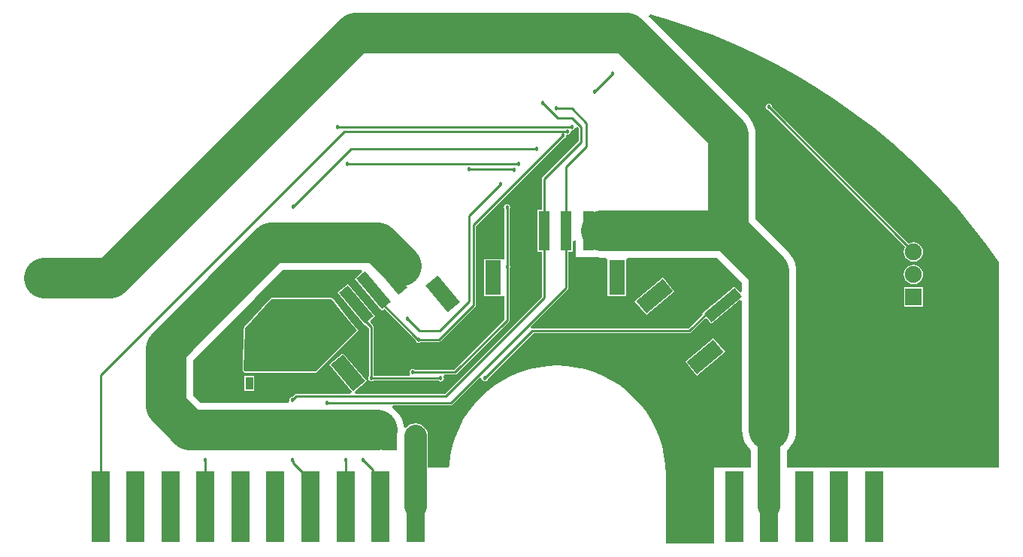
<source format=gbl>
G04*
G04 #@! TF.GenerationSoftware,Altium Limited,Altium Designer,20.1.11 (218)*
G04*
G04 Layer_Physical_Order=2*
G04 Layer_Color=16711680*
%FSLAX44Y44*%
%MOMM*%
G71*
G04*
G04 #@! TF.SameCoordinates,6F891966-A938-45B2-A706-970299DF58FA*
G04*
G04*
G04 #@! TF.FilePolarity,Positive*
G04*
G01*
G75*
%ADD10C,0.2540*%
G04:AMPARAMS|DCode=14|XSize=3.9mm|YSize=1.8mm|CornerRadius=0mm|HoleSize=0mm|Usage=FLASHONLY|Rotation=40.000|XOffset=0mm|YOffset=0mm|HoleType=Round|Shape=Rectangle|*
%AMROTATEDRECTD14*
4,1,4,-0.9153,-1.9429,-2.0723,-0.5640,0.9153,1.9429,2.0723,0.5640,-0.9153,-1.9429,0.0*
%
%ADD14ROTATEDRECTD14*%

G04:AMPARAMS|DCode=15|XSize=4.5mm|YSize=1.3mm|CornerRadius=0mm|HoleSize=0mm|Usage=FLASHONLY|Rotation=40.000|XOffset=0mm|YOffset=0mm|HoleType=Round|Shape=Rectangle|*
%AMROTATEDRECTD15*
4,1,4,-1.3058,-1.9442,-2.1414,-0.9483,1.3058,1.9442,2.1414,0.9483,-1.3058,-1.9442,0.0*
%
%ADD15ROTATEDRECTD15*%

G04:AMPARAMS|DCode=16|XSize=4.5mm|YSize=1.3mm|CornerRadius=0mm|HoleSize=0mm|Usage=FLASHONLY|Rotation=130.000|XOffset=0mm|YOffset=0mm|HoleType=Round|Shape=Rectangle|*
%AMROTATEDRECTD16*
4,1,4,1.9442,-1.3058,0.9483,-2.1414,-1.9442,1.3058,-0.9483,2.1414,1.9442,-1.3058,0.0*
%
%ADD16ROTATEDRECTD16*%

G04:AMPARAMS|DCode=17|XSize=3.9mm|YSize=1.8mm|CornerRadius=0mm|HoleSize=0mm|Usage=FLASHONLY|Rotation=130.000|XOffset=0mm|YOffset=0mm|HoleType=Round|Shape=Rectangle|*
%AMROTATEDRECTD17*
4,1,4,1.9429,-0.9153,0.5640,-2.0723,-1.9429,0.9153,-0.5640,2.0723,1.9429,-0.9153,0.0*
%
%ADD17ROTATEDRECTD17*%

%ADD18R,2.0000X8.0000*%
%ADD44C,4.5720*%
%ADD45C,2.5400*%
%ADD47C,2.0000*%
%ADD48R,1.9000X1.9000*%
%ADD49O,1.9000X1.9000*%
%ADD50C,1.9000*%
%ADD51C,0.4572*%
%ADD52R,1.6510X1.7272*%
%ADD53R,0.8500X1.4500*%
%ADD54R,4.7000X3.3500*%
%ADD55R,1.8000X3.9000*%
%ADD56R,1.3000X4.5000*%
G36*
X1002670Y596771D02*
Y578210D01*
X1026133D01*
X1026457Y578132D01*
X1031240Y577756D01*
X1036666D01*
X1038520Y576100D01*
X1038520Y575216D01*
Y534560D01*
X1059060D01*
Y575216D01*
X1059060Y576100D01*
X1060914Y577756D01*
X1161906D01*
X1189806Y549856D01*
Y539692D01*
X1187419Y538824D01*
X1181614Y545741D01*
X1159253Y526977D01*
X1158877Y526903D01*
X1158036Y526341D01*
X1155648Y523953D01*
X1145197Y515183D01*
X1145964Y514269D01*
X1129585Y497890D01*
X953770D01*
X953150Y497766D01*
X952298Y498619D01*
X951653Y499861D01*
X993621Y541830D01*
X994183Y542670D01*
X994380Y543661D01*
Y584560D01*
X999560D01*
Y596420D01*
X1002100Y597400D01*
X1002670Y596771D01*
D02*
G37*
G36*
X1189806Y529324D02*
Y383450D01*
X1190182Y378667D01*
X1191302Y374002D01*
X1193138Y369570D01*
X1195645Y365479D01*
X1198761Y361831D01*
X1199962Y360805D01*
Y341630D01*
X1158240D01*
Y255512D01*
X1103872D01*
Y334010D01*
X1103873D01*
X1103408Y344657D01*
X1102017Y355223D01*
X1099711Y365628D01*
X1096506Y375792D01*
X1092428Y385638D01*
X1087506Y395092D01*
X1081780Y404080D01*
X1075293Y412535D01*
X1068092Y420392D01*
X1060235Y427593D01*
X1051780Y434080D01*
X1042792Y439807D01*
X1033338Y444728D01*
X1023492Y448806D01*
X1013328Y452011D01*
X1002923Y454317D01*
X992357Y455708D01*
X981710Y456173D01*
X971063Y455708D01*
X960497Y454317D01*
X950092Y452011D01*
X939928Y448806D01*
X930082Y444728D01*
X920628Y439807D01*
X911640Y434080D01*
X903185Y427593D01*
X895328Y420392D01*
X888128Y412535D01*
X881640Y404080D01*
X875913Y395092D01*
X870993Y385638D01*
X866914Y375792D01*
X863709Y365628D01*
X861403Y355223D01*
X860012Y344657D01*
X859879Y341630D01*
X836050D01*
Y377190D01*
X835570Y380837D01*
X834163Y384235D01*
X831923Y387154D01*
X829005Y389393D01*
X825607Y390800D01*
X821960Y391281D01*
X818313Y390800D01*
X814914Y389393D01*
X811996Y387154D01*
X811572Y386601D01*
X808964Y387374D01*
X808889Y388323D01*
X807769Y392988D01*
X805933Y397420D01*
X803427Y401511D01*
X800311Y405159D01*
X796663Y408275D01*
X795839Y408780D01*
X796555Y411320D01*
X862038D01*
X863029Y411517D01*
X863869Y412078D01*
X894330Y442538D01*
X895537Y442256D01*
X896894Y441510D01*
X897080Y440573D01*
X897866Y439396D01*
X899043Y438610D01*
X900430Y438334D01*
X901817Y438610D01*
X902994Y439396D01*
X903780Y440573D01*
X904046Y441914D01*
X954843Y492710D01*
X1130658D01*
X1131649Y492907D01*
X1132489Y493469D01*
X1147977Y508957D01*
X1150514Y508846D01*
X1155186Y503279D01*
X1187504Y530397D01*
X1189806Y529324D01*
D02*
G37*
G36*
X1005790Y723656D02*
Y709413D01*
X964959Y668581D01*
X964397Y667741D01*
X964200Y666750D01*
Y632100D01*
X959020D01*
Y584560D01*
X964200D01*
Y533523D01*
X854907Y424230D01*
X754232D01*
X753308Y426770D01*
X767170Y438402D01*
X740469Y470223D01*
X724734Y457020D01*
X750117Y426770D01*
X748933Y424230D01*
X687568D01*
X686577Y424033D01*
X685736Y423471D01*
X683408Y421143D01*
X682067Y420876D01*
X680890Y420090D01*
X680104Y418914D01*
X679828Y417526D01*
X680002Y416654D01*
X679049Y414883D01*
X678402Y414114D01*
X580466D01*
X571594Y422986D01*
Y462698D01*
X640987Y532091D01*
X640987Y532091D01*
X672682Y563786D01*
X761138D01*
X762007Y561399D01*
X753469Y554234D01*
X784027Y517817D01*
X786818Y520159D01*
X821993Y484985D01*
X822150Y484193D01*
X822936Y483016D01*
X824112Y482230D01*
X825500Y481954D01*
X826888Y482230D01*
X828025Y482990D01*
X848800D01*
X849791Y483187D01*
X850631Y483749D01*
X889561Y522679D01*
X890123Y523519D01*
X890320Y524510D01*
Y613497D01*
X988336Y711514D01*
X989678Y711780D01*
X990854Y712566D01*
X991640Y713743D01*
X991916Y715130D01*
X993140Y716504D01*
X994528Y716780D01*
X995704Y717566D01*
X996490Y718743D01*
X996766Y720130D01*
X998260Y721504D01*
X999648Y721780D01*
X1000824Y722566D01*
X1001610Y723743D01*
X1001730Y724345D01*
X1004015Y725253D01*
X1005790Y723656D01*
D02*
G37*
G36*
X1108885Y845131D02*
X1133702Y836965D01*
X1158197Y827877D01*
X1182334Y817879D01*
X1206080Y806985D01*
X1229403Y795211D01*
X1252269Y782574D01*
X1274647Y769090D01*
X1296504Y754779D01*
X1317812Y739660D01*
X1338539Y723756D01*
X1358657Y707088D01*
X1378137Y689679D01*
X1396953Y671553D01*
X1415079Y652737D01*
X1432488Y633257D01*
X1449156Y613139D01*
X1465060Y592412D01*
X1478978Y572797D01*
X1478978Y341630D01*
X1240798D01*
Y360805D01*
X1241999Y361831D01*
X1245115Y365479D01*
X1247622Y369570D01*
X1249458Y374002D01*
X1250578Y378667D01*
X1250954Y383450D01*
Y562520D01*
X1250766Y564911D01*
X1250578Y567303D01*
X1250018Y569635D01*
X1249458Y571968D01*
X1247622Y576400D01*
X1245115Y580491D01*
X1241999Y584139D01*
X1205144Y620994D01*
Y716460D01*
X1204768Y721243D01*
X1203648Y725908D01*
X1201812Y730340D01*
X1199305Y734431D01*
X1196189Y738079D01*
X1084858Y849410D01*
X1086191Y851669D01*
X1108885Y845131D01*
D02*
G37*
%LPC*%
G36*
X1100470Y555325D02*
X1068649Y528623D01*
X1081851Y512889D01*
X1113673Y539590D01*
X1100470Y555325D01*
D02*
G37*
G36*
X1157678Y487147D02*
X1125857Y460445D01*
X1139060Y444711D01*
X1170881Y471412D01*
X1157678Y487147D01*
D02*
G37*
G36*
X727710Y532235D02*
X660018D01*
X659986Y532222D01*
X659954Y532233D01*
X659505Y532022D01*
X659046Y531832D01*
X659033Y531800D01*
X659002Y531786D01*
X629637Y499570D01*
X629480D01*
Y499398D01*
X628904Y498766D01*
X628741Y498315D01*
X628546Y497877D01*
X627276Y450887D01*
X627283Y450868D01*
X627275Y450850D01*
X627470Y450379D01*
X627652Y449905D01*
X627670Y449896D01*
X627678Y449878D01*
X628948Y448608D01*
X629920Y448205D01*
X629920Y448205D01*
X709829D01*
X710801Y448608D01*
X710801Y448608D01*
X756521Y494328D01*
X756693Y494743D01*
X756841Y495005D01*
X757629Y495666D01*
X748362Y506711D01*
X728792Y531707D01*
X728716Y531751D01*
X728682Y531832D01*
X728267Y532004D01*
X727876Y532225D01*
X727791Y532201D01*
X727710Y532235D01*
D02*
G37*
G36*
X925150Y637950D02*
X923763Y637674D01*
X922586Y636888D01*
X921800Y635712D01*
X921524Y634324D01*
X921800Y632937D01*
X922560Y631800D01*
Y576196D01*
X920060Y576100D01*
X920020Y576100D01*
X899520D01*
Y534560D01*
X920020D01*
X920060Y534560D01*
X922560Y534464D01*
Y508393D01*
X865563Y451396D01*
X821675D01*
X820537Y452156D01*
X819150Y452432D01*
X817763Y452156D01*
X816586Y451370D01*
X815800Y450193D01*
X815524Y448806D01*
X815800Y447419D01*
X816192Y446832D01*
X815464Y444801D01*
X815067Y444292D01*
X775318D01*
X775189Y444485D01*
Y499368D01*
X774992Y500359D01*
X774430Y501199D01*
X771102Y504527D01*
X771213Y507065D01*
X776780Y511736D01*
X746222Y548154D01*
X734318Y538165D01*
X753082Y515803D01*
X753156Y515427D01*
X753718Y514587D01*
X756106Y512198D01*
X764876Y501747D01*
X765790Y502514D01*
X770009Y498295D01*
Y444485D01*
X769249Y443348D01*
X768973Y441960D01*
X769249Y440573D01*
X770035Y439396D01*
X771211Y438610D01*
X772599Y438334D01*
X773986Y438610D01*
X774738Y439113D01*
X848106D01*
X849244Y438353D01*
X850631Y438077D01*
X852019Y438353D01*
X853195Y439138D01*
X853981Y440315D01*
X854257Y441702D01*
X853981Y443090D01*
X853589Y443676D01*
X854317Y445707D01*
X854714Y446216D01*
X866636D01*
X867627Y446413D01*
X868467Y446975D01*
X926981Y505489D01*
X927543Y506329D01*
X927740Y507320D01*
Y564794D01*
X928500Y565932D01*
X928776Y567319D01*
X928500Y568707D01*
X927740Y569844D01*
Y631800D01*
X928500Y632937D01*
X928776Y634324D01*
X928500Y635712D01*
X927714Y636888D01*
X926537Y637674D01*
X925150Y637950D01*
D02*
G37*
G36*
X640520Y444570D02*
X629480D01*
Y427530D01*
X640520D01*
Y444570D01*
D02*
G37*
%LPD*%
G36*
X755549Y495300D02*
X709829Y449580D01*
X629920D01*
X628650Y450850D01*
X629920Y497840D01*
X660018Y530860D01*
X727710D01*
X755549Y495300D01*
D02*
G37*
%LPC*%
G36*
X1219870Y750986D02*
X1218483Y750710D01*
X1217306Y749924D01*
X1216520Y748747D01*
X1216244Y747360D01*
X1216520Y745973D01*
X1217306Y744796D01*
X1218483Y744010D01*
X1219824Y743744D01*
X1373759Y589809D01*
X1373622Y589632D01*
X1372537Y587011D01*
X1372167Y584200D01*
X1372537Y581389D01*
X1373622Y578769D01*
X1375349Y576519D01*
X1377599Y574792D01*
X1380219Y573707D01*
X1383030Y573337D01*
X1385842Y573707D01*
X1388461Y574792D01*
X1390711Y576519D01*
X1392438Y578769D01*
X1393523Y581389D01*
X1393893Y584200D01*
X1393523Y587011D01*
X1392438Y589632D01*
X1390711Y591881D01*
X1388461Y593608D01*
X1385842Y594693D01*
X1383030Y595063D01*
X1380219Y594693D01*
X1377599Y593608D01*
X1377421Y593471D01*
X1223487Y747406D01*
X1223220Y748747D01*
X1222434Y749924D01*
X1221257Y750710D01*
X1219870Y750986D01*
D02*
G37*
G36*
X1383030Y569663D02*
X1380219Y569293D01*
X1377599Y568208D01*
X1375349Y566481D01*
X1373622Y564231D01*
X1372537Y561612D01*
X1372167Y558800D01*
X1372537Y555989D01*
X1373622Y553368D01*
X1375349Y551119D01*
X1377599Y549392D01*
X1380219Y548307D01*
X1383030Y547937D01*
X1385842Y548307D01*
X1388461Y549392D01*
X1390711Y551119D01*
X1392438Y553368D01*
X1393523Y555989D01*
X1393893Y558800D01*
X1393523Y561612D01*
X1392438Y564231D01*
X1390711Y566481D01*
X1388461Y568208D01*
X1385842Y569293D01*
X1383030Y569663D01*
D02*
G37*
G36*
X1393800Y544170D02*
X1372260D01*
Y522630D01*
X1393800D01*
Y544170D01*
D02*
G37*
%LPD*%
D10*
X772857Y441702D02*
X850631D01*
X772599Y441960D02*
X772857Y441702D01*
X925150Y507320D02*
Y567319D01*
X866636Y448806D02*
X925150Y507320D01*
X819150Y448806D02*
X866636D01*
X980480Y745973D02*
X998260D01*
X1014730Y729502D01*
Y702790D02*
Y729502D01*
X991790Y679850D02*
X1014730Y702790D01*
X991790Y608330D02*
Y679850D01*
X1130658Y495300D02*
X1159868Y524510D01*
X953770Y495300D02*
X1130658D01*
X900430Y441960D02*
X953770Y495300D01*
X855980Y421640D02*
X966790Y532450D01*
X925150Y567319D02*
Y634324D01*
X991790Y543661D02*
Y608330D01*
X862038Y413909D02*
X991790Y543661D01*
X722630Y413909D02*
X862038D01*
X683454Y417526D02*
X687568Y421640D01*
X855980D01*
X966790Y532450D02*
Y608330D01*
X755549Y516418D02*
X772599Y499368D01*
Y441960D02*
Y499368D01*
X966790Y608330D02*
Y666750D01*
X1008380Y708340D01*
Y725170D01*
X998220Y735330D02*
X1008380Y725170D01*
X982123Y735330D02*
X998220D01*
X965480Y751973D02*
X982123Y735330D01*
X812800Y509270D02*
X826770Y495300D01*
X825060Y485580D02*
X825500D01*
X774700Y535940D02*
X825060Y485580D01*
X774700Y535940D02*
Y541020D01*
X825060Y485580D02*
X848800D01*
X887730Y524510D01*
X826770Y495300D02*
X849499D01*
X882650Y528451D01*
Y624840D01*
X918210Y660400D01*
X887730Y524510D02*
Y614570D01*
X988290Y715130D01*
X773830Y305910D02*
X782560Y297180D01*
X773830Y305910D02*
Y338623D01*
X762860Y349593D02*
Y349593D01*
Y349593D02*
X773830Y338623D01*
X743160Y297180D02*
Y349593D01*
X684216Y346724D02*
X703760Y327180D01*
X684216Y346724D02*
Y349204D01*
X683827Y349593D02*
X684216Y349204D01*
X684530Y635005D02*
X749655Y700130D01*
X786130D01*
X745490Y683260D02*
X938330D01*
X585560Y327180D02*
Y349593D01*
X882650Y677310D02*
X932500D01*
X932900Y676910D01*
X933450D01*
X467360Y297180D02*
Y445781D01*
X741709Y720130D01*
X742950D01*
X734069Y725130D02*
X998260D01*
X786130Y700130D02*
X958850Y700130D01*
X1219870Y747360D02*
X1383030Y584200D01*
X1023620Y764540D02*
X1043940Y784860D01*
X1383030Y584200D02*
Y584200D01*
X742950Y720130D02*
X993140Y720130D01*
D14*
X1091161Y534107D02*
D03*
X1148369Y465929D02*
D03*
D15*
X1152330Y543661D02*
D03*
X1168400Y524510D02*
D03*
D16*
X755549Y524950D02*
D03*
X774700Y541020D02*
D03*
X793851Y557090D02*
D03*
X736398Y508881D02*
D03*
D17*
X852432Y537058D02*
D03*
X745952Y447711D02*
D03*
D18*
X821960Y297180D02*
D03*
X467360D02*
D03*
X506760D02*
D03*
X546160D02*
D03*
X585560D02*
D03*
X624960D02*
D03*
X664360D02*
D03*
X703760D02*
D03*
X743160D02*
D03*
X782560D02*
D03*
X1338580D02*
D03*
X1299180D02*
D03*
X1259780D02*
D03*
X1220380D02*
D03*
X1180980D02*
D03*
X1141580D02*
D03*
D44*
X779780Y594360D02*
X805815Y568325D01*
X541020Y475362D02*
X619368Y553710D01*
X660018Y594360D01*
X779780D01*
X404368Y554990D02*
X478790D01*
X1220380Y383450D02*
Y562520D01*
X1174570Y608330D02*
X1220380Y562520D01*
X1031240Y608330D02*
X1174570D01*
X478790Y554990D02*
X754380Y830580D01*
X1060450D01*
X1174570Y716460D01*
Y608330D02*
Y716460D01*
X541020Y410322D02*
Y475362D01*
Y410322D02*
X567802Y383540D01*
X778691D01*
D45*
X1220380Y297180D02*
Y383450D01*
X821960Y297180D02*
Y377190D01*
D47*
X404368Y553710D02*
D03*
X619368D02*
D03*
D48*
X1383030Y533400D02*
D03*
D49*
Y558800D02*
D03*
Y584200D02*
D03*
D50*
Y609600D02*
D03*
D51*
X1447800Y584200D02*
D03*
X1460500Y558800D02*
D03*
X1447800Y533400D02*
D03*
X1460500Y508000D02*
D03*
X1447800Y482600D02*
D03*
X1460500Y457200D02*
D03*
X1447800Y431800D02*
D03*
X1460500Y406400D02*
D03*
X1447800Y381000D02*
D03*
X1460500Y355600D02*
D03*
X1422400Y635000D02*
D03*
X1435100Y609600D02*
D03*
X1422400Y584200D02*
D03*
X1435100Y558800D02*
D03*
X1422400Y533400D02*
D03*
X1435100Y508000D02*
D03*
X1422400Y482600D02*
D03*
X1435100Y457200D02*
D03*
Y406400D02*
D03*
X1422400Y381000D02*
D03*
X1435100Y355600D02*
D03*
X1397000Y635000D02*
D03*
Y584200D02*
D03*
Y533400D02*
D03*
X1409700Y508000D02*
D03*
X1397000Y482600D02*
D03*
X1409700Y457200D02*
D03*
X1397000Y431800D02*
D03*
X1409700Y406400D02*
D03*
X1397000Y381000D02*
D03*
X1409700Y355600D02*
D03*
X1371600Y685800D02*
D03*
X1384300Y660400D02*
D03*
X1371600Y635000D02*
D03*
Y482600D02*
D03*
X1384300Y406400D02*
D03*
X1371600Y381000D02*
D03*
X1384300Y355600D02*
D03*
X1346200Y685800D02*
D03*
Y635000D02*
D03*
Y584200D02*
D03*
Y533400D02*
D03*
X1358900Y508000D02*
D03*
X1346200Y482600D02*
D03*
Y381000D02*
D03*
X1358900Y355600D02*
D03*
X1333500Y711200D02*
D03*
X1320800Y685800D02*
D03*
X1333500Y660400D02*
D03*
X1320800Y635000D02*
D03*
Y584200D02*
D03*
X1333500Y558800D02*
D03*
X1320800Y533400D02*
D03*
X1333500Y508000D02*
D03*
X1320800Y482600D02*
D03*
X1333500Y457200D02*
D03*
X1320800Y431800D02*
D03*
Y381000D02*
D03*
X1333500Y355600D02*
D03*
X1295400Y736600D02*
D03*
Y685800D02*
D03*
Y635000D02*
D03*
Y584200D02*
D03*
X1308100Y558800D02*
D03*
X1295400Y533400D02*
D03*
X1308100Y508000D02*
D03*
X1295400Y482600D02*
D03*
X1308100Y457200D02*
D03*
X1295400Y431800D02*
D03*
X1308100Y406400D02*
D03*
Y355600D02*
D03*
X1282700Y711200D02*
D03*
X1270000Y685800D02*
D03*
Y635000D02*
D03*
X1282700Y609600D02*
D03*
X1270000Y584200D02*
D03*
X1282700Y558800D02*
D03*
X1270000Y533400D02*
D03*
X1282700Y508000D02*
D03*
X1270000Y482600D02*
D03*
X1282700Y457200D02*
D03*
X1270000Y431800D02*
D03*
X1282700Y406400D02*
D03*
X1270000Y381000D02*
D03*
X1282700Y355600D02*
D03*
X1257300Y762000D02*
D03*
X1244600Y685800D02*
D03*
Y635000D02*
D03*
X1257300Y609600D02*
D03*
Y558800D02*
D03*
Y508000D02*
D03*
Y457200D02*
D03*
Y406400D02*
D03*
Y355600D02*
D03*
X1219200Y787400D02*
D03*
X1231900Y762000D02*
D03*
X1219200Y685800D02*
D03*
Y635000D02*
D03*
X1193800Y787400D02*
D03*
X1181100Y812800D02*
D03*
Y762000D02*
D03*
Y508000D02*
D03*
X1168400Y482600D02*
D03*
X1181100Y457200D02*
D03*
X1168400Y431800D02*
D03*
X1181100Y406400D02*
D03*
X1168400Y381000D02*
D03*
X1181100Y355600D02*
D03*
X1155700Y812800D02*
D03*
X1143000Y482600D02*
D03*
Y431800D02*
D03*
X1155700Y406400D02*
D03*
X1143000Y381000D02*
D03*
X1155700Y355600D02*
D03*
Y304800D02*
D03*
X1117600Y838200D02*
D03*
X1130300Y812800D02*
D03*
Y558800D02*
D03*
X1117600Y533400D02*
D03*
Y431800D02*
D03*
X1130300Y406400D02*
D03*
X1117600Y381000D02*
D03*
X1130300Y355600D02*
D03*
X1117600Y330200D02*
D03*
Y279400D02*
D03*
X1104900Y508000D02*
D03*
X1092200Y482600D02*
D03*
X1104900Y457200D02*
D03*
X1092200Y431800D02*
D03*
X1104900Y406400D02*
D03*
Y355600D02*
D03*
X1079500Y508000D02*
D03*
X1066800Y482600D02*
D03*
X1079500Y457200D02*
D03*
X1066800Y431800D02*
D03*
X1054100Y508000D02*
D03*
X1041400Y482600D02*
D03*
X1054100Y457200D02*
D03*
X1028700Y508000D02*
D03*
X1016000Y482600D02*
D03*
X1028700Y457200D02*
D03*
X1003300Y508000D02*
D03*
X990600Y482600D02*
D03*
X1003300Y457200D02*
D03*
X977900Y508000D02*
D03*
X965200Y482600D02*
D03*
X939800Y635000D02*
D03*
Y533400D02*
D03*
X952500Y457200D02*
D03*
X927100D02*
D03*
X901700Y508000D02*
D03*
X889000Y482600D02*
D03*
Y431800D02*
D03*
X863600Y482600D02*
D03*
X876300Y406400D02*
D03*
X863600Y381000D02*
D03*
X850900Y457200D02*
D03*
X838200Y431800D02*
D03*
X850900Y406400D02*
D03*
X838200Y381000D02*
D03*
X850900Y355600D02*
D03*
X787400Y482600D02*
D03*
X800100Y457200D02*
D03*
X787400Y431800D02*
D03*
X736600D02*
D03*
X685800D02*
D03*
X673100Y558800D02*
D03*
X622300Y508000D02*
D03*
X609600Y482600D02*
D03*
X622300Y457200D02*
D03*
X609600Y431800D02*
D03*
X596900Y457200D02*
D03*
X584200Y431800D02*
D03*
X850631Y441702D02*
D03*
X819150Y448806D02*
D03*
X635000Y436050D02*
D03*
X702310Y489477D02*
D03*
X709930D02*
D03*
X694690D02*
D03*
Y480770D02*
D03*
X709930D02*
D03*
X702310D02*
D03*
Y463733D02*
D03*
X709930D02*
D03*
X694690D02*
D03*
Y472440D02*
D03*
X709930D02*
D03*
X702310D02*
D03*
Y507473D02*
D03*
X709930D02*
D03*
X694690D02*
D03*
Y498766D02*
D03*
X709930D02*
D03*
X702310D02*
D03*
Y515803D02*
D03*
X709930D02*
D03*
X694690D02*
D03*
Y524510D02*
D03*
X709930D02*
D03*
X702310D02*
D03*
X683827Y349593D02*
D03*
X900430Y441960D02*
D03*
X925150Y634324D02*
D03*
Y567319D02*
D03*
X722630Y413909D02*
D03*
X683454Y417526D02*
D03*
X772599Y441960D02*
D03*
X812800Y509270D02*
D03*
X825500Y485580D02*
D03*
X918210Y660400D02*
D03*
X762860Y349593D02*
D03*
X743160D02*
D03*
X684530Y635005D02*
D03*
X745490Y683260D02*
D03*
X585560Y349593D02*
D03*
X734069Y725130D02*
D03*
X882650Y677310D02*
D03*
X933450Y676910D02*
D03*
X938330Y683260D02*
D03*
X958850Y700130D02*
D03*
X965480Y751973D02*
D03*
X980480Y745973D02*
D03*
X988290Y715130D02*
D03*
X993140Y720130D02*
D03*
X998260Y725130D02*
D03*
X1023620Y764540D02*
D03*
X1043940Y784860D02*
D03*
X1219870Y747360D02*
D03*
D52*
X820731Y369440D02*
D03*
X792791D02*
D03*
D53*
X673100Y491050D02*
D03*
X660400D02*
D03*
X647700D02*
D03*
X635000D02*
D03*
X673100Y436050D02*
D03*
X660400D02*
D03*
X647700D02*
D03*
X635000D02*
D03*
D54*
X654050Y467050D02*
D03*
D55*
X1048790Y555330D02*
D03*
X909790D02*
D03*
D56*
X1016790Y608330D02*
D03*
X991790D02*
D03*
X966790D02*
D03*
X941790D02*
D03*
M02*

</source>
